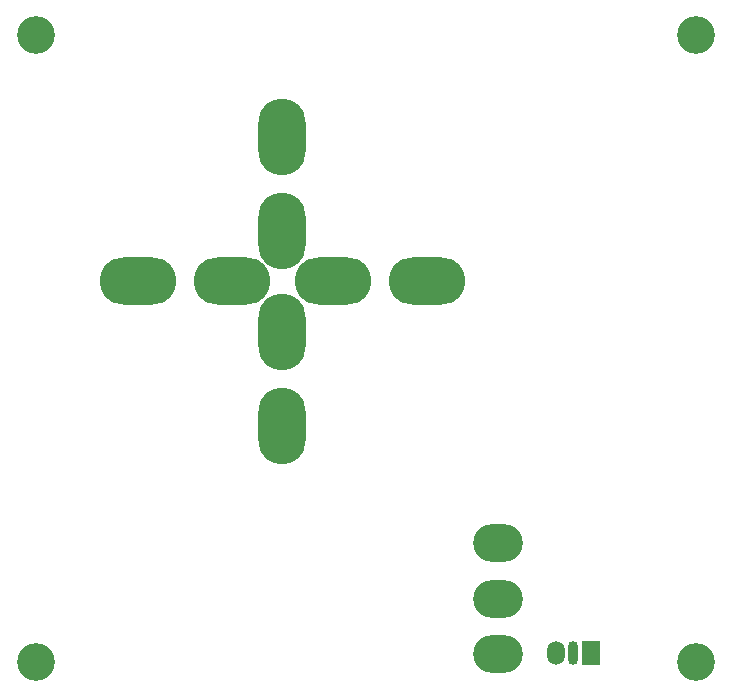
<source format=gts>
%TF.GenerationSoftware,KiCad,Pcbnew,(5.1.8)-1*%
%TF.CreationDate,2021-11-19T10:40:59+01:00*%
%TF.ProjectId,Base,42617365-2e6b-4696-9361-645f70636258,rev?*%
%TF.SameCoordinates,Original*%
%TF.FileFunction,Soldermask,Top*%
%TF.FilePolarity,Negative*%
%FSLAX46Y46*%
G04 Gerber Fmt 4.6, Leading zero omitted, Abs format (unit mm)*
G04 Created by KiCad (PCBNEW (5.1.8)-1) date 2021-11-19 10:40:59*
%MOMM*%
%LPD*%
G01*
G04 APERTURE LIST*
%ADD10O,4.200000X3.200000*%
%ADD11R,1.500000X2.000000*%
%ADD12O,1.500000X2.000000*%
%ADD13O,0.900000X2.000000*%
%ADD14O,4.000000X6.500000*%
%ADD15O,6.500000X4.000000*%
%ADD16C,3.200000*%
G04 APERTURE END LIST*
D10*
%TO.C,SW1*%
X155408000Y-114579500D03*
X155408000Y-119279500D03*
X155408000Y-123979500D03*
%TD*%
D11*
%TO.C,U4*%
X163230000Y-123914000D03*
D12*
X160290000Y-123914000D03*
D13*
X161760000Y-123914000D03*
%TD*%
D14*
%TO.C,C7*%
X137122000Y-104668000D03*
X137122000Y-96668000D03*
X137122000Y-80168000D03*
X137122000Y-88168000D03*
D15*
X124872000Y-92418000D03*
X132872000Y-92418000D03*
X149372000Y-92418000D03*
X141372000Y-92418000D03*
%TD*%
D16*
%TO.C,H4*%
X116294000Y-124676000D03*
%TD*%
%TO.C,H3*%
X116294000Y-71590000D03*
%TD*%
%TO.C,H2*%
X172174000Y-124676000D03*
%TD*%
%TO.C,H1*%
X172174000Y-71590000D03*
%TD*%
M02*

</source>
